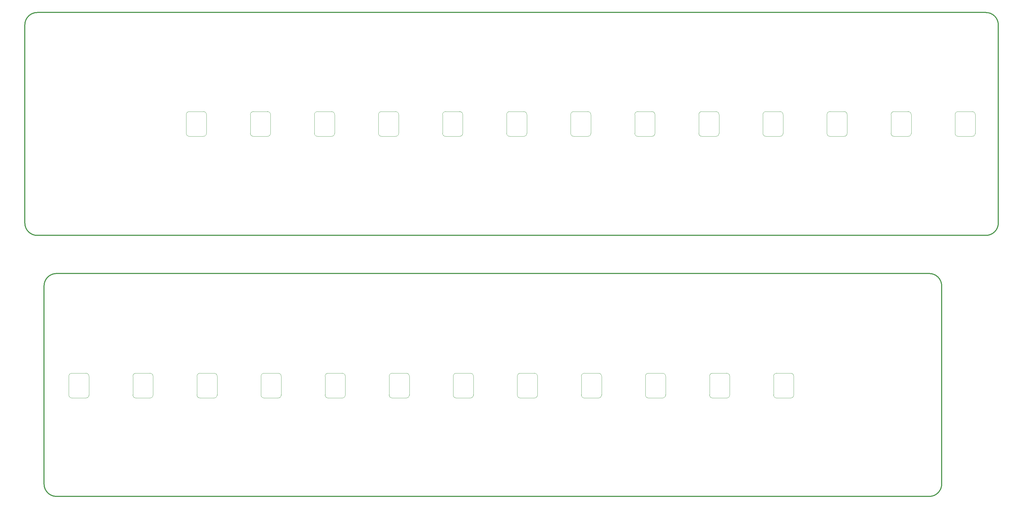
<source format=gbr>
%TF.GenerationSoftware,KiCad,Pcbnew,7.0.8*%
%TF.CreationDate,2023-12-06T14:39:46-05:00*%
%TF.ProjectId,BMS1,424d5331-2e6b-4696-9361-645f70636258,1*%
%TF.SameCoordinates,Original*%
%TF.FileFunction,Profile,NP*%
%FSLAX46Y46*%
G04 Gerber Fmt 4.6, Leading zero omitted, Abs format (unit mm)*
G04 Created by KiCad (PCBNEW 7.0.8) date 2023-12-06 14:39:46*
%MOMM*%
%LPD*%
G01*
G04 APERTURE LIST*
%TA.AperFunction,Profile*%
%ADD10C,0.300000*%
%TD*%
%TA.AperFunction,Profile*%
%ADD11C,0.100000*%
%TD*%
G04 APERTURE END LIST*
D10*
X36068000Y-171852000D02*
G75*
G03*
X40068000Y-175852000I4000000J0D01*
G01*
X33888000Y-20174500D02*
X338900000Y-20174500D01*
X40068000Y-104140000D02*
G75*
G03*
X36068000Y-108140000I0J-4000000D01*
G01*
X33888000Y-20174500D02*
G75*
G03*
X29888000Y-24174500I0J-4000000D01*
G01*
X324696000Y-108140000D02*
X324696000Y-171852000D01*
X338900000Y-91886500D02*
X33888000Y-91886500D01*
X320696000Y-175852000D02*
X40068000Y-175852000D01*
X342900000Y-24174500D02*
X342900000Y-87886500D01*
X29888000Y-87886500D02*
G75*
G03*
X33888000Y-91886500I4000000J0D01*
G01*
X342900000Y-24174500D02*
G75*
G03*
X338900000Y-20174500I-4000000J0D01*
G01*
X324696000Y-108140000D02*
G75*
G03*
X320696000Y-104140000I-4000000J0D01*
G01*
X36068000Y-171852000D02*
X36068000Y-108140000D01*
X29888000Y-87886500D02*
X29888000Y-24174500D01*
X40068000Y-104140000D02*
X320696000Y-104140000D01*
X320696000Y-175852000D02*
G75*
G03*
X324696000Y-171852000I0J4000000D01*
G01*
X338900000Y-91886500D02*
G75*
G03*
X342900000Y-87886500I0J4000000D01*
G01*
D11*
%TO.C,B3*%
X235926000Y-137208000D02*
X235926000Y-143208000D01*
X234926000Y-144208000D02*
X230426000Y-144208000D01*
X230426000Y-136208000D02*
X234926000Y-136208000D01*
X229426000Y-143208000D02*
X229426000Y-137208000D01*
X234926000Y-144208000D02*
G75*
G03*
X235926000Y-143208000I1J999999D01*
G01*
X235926000Y-137208000D02*
G75*
G03*
X234926000Y-136208000I-999999J1D01*
G01*
X229426000Y-143208000D02*
G75*
G03*
X230426000Y-144208000I1000000J0D01*
G01*
X230426000Y-136208000D02*
G75*
G03*
X229426000Y-137208000I0J-1000000D01*
G01*
%TO.C,B2*%
X250046000Y-143207999D02*
X250046000Y-137207999D01*
X251046000Y-136207999D02*
X255546000Y-136207999D01*
X255546000Y-144207999D02*
X251046000Y-144207999D01*
X256546000Y-137207999D02*
X256546000Y-143207999D01*
X251046000Y-136207999D02*
G75*
G03*
X250046000Y-137207999I-1J-999999D01*
G01*
X250046000Y-143207999D02*
G75*
G03*
X251046000Y-144207999I999999J-1D01*
G01*
X256546000Y-137207999D02*
G75*
G03*
X255546000Y-136207999I-1000000J0D01*
G01*
X255546000Y-144207999D02*
G75*
G03*
X256546000Y-143207999I0J1000000D01*
G01*
%TO.C,B4*%
X208826000Y-143208000D02*
X208826000Y-137208000D01*
X209826000Y-136208000D02*
X214326000Y-136208000D01*
X214326000Y-144208000D02*
X209826000Y-144208000D01*
X215326000Y-137208000D02*
X215326000Y-143208000D01*
X209826000Y-136208000D02*
G75*
G03*
X208826000Y-137208000I-1J-999999D01*
G01*
X208826000Y-143208000D02*
G75*
G03*
X209826000Y-144208000I999999J-1D01*
G01*
X215326000Y-137208000D02*
G75*
G03*
X214326000Y-136208000I-1000000J0D01*
G01*
X214326000Y-144208000D02*
G75*
G03*
X215326000Y-143208000I0J1000000D01*
G01*
%TO.C,B16*%
X267194000Y-59032500D02*
X267194000Y-53032500D01*
X268194000Y-52032500D02*
X272694000Y-52032500D01*
X272694000Y-60032500D02*
X268194000Y-60032500D01*
X273694000Y-53032500D02*
X273694000Y-59032500D01*
X268194000Y-52032500D02*
G75*
G03*
X267194000Y-53032500I-1J-999999D01*
G01*
X267194000Y-59032500D02*
G75*
G03*
X268194000Y-60032500I999999J-1D01*
G01*
X273694000Y-53032500D02*
G75*
G03*
X272694000Y-52032500I-1000000J0D01*
G01*
X272694000Y-60032500D02*
G75*
G03*
X273694000Y-59032500I0J1000000D01*
G01*
%TO.C,B15*%
X294294000Y-53032500D02*
X294294000Y-59032500D01*
X293294000Y-60032500D02*
X288794000Y-60032500D01*
X288794000Y-52032500D02*
X293294000Y-52032500D01*
X287794000Y-59032500D02*
X287794000Y-53032500D01*
X293294000Y-60032500D02*
G75*
G03*
X294294000Y-59032500I1J999999D01*
G01*
X294294000Y-53032500D02*
G75*
G03*
X293294000Y-52032500I-999999J1D01*
G01*
X287794000Y-59032500D02*
G75*
G03*
X288794000Y-60032500I1000000J0D01*
G01*
X288794000Y-52032500D02*
G75*
G03*
X287794000Y-53032500I0J-1000000D01*
G01*
%TO.C,B19*%
X211894000Y-53032500D02*
X211894000Y-59032500D01*
X210894000Y-60032500D02*
X206394000Y-60032500D01*
X206394000Y-52032500D02*
X210894000Y-52032500D01*
X205394000Y-59032500D02*
X205394000Y-53032500D01*
X210894000Y-60032500D02*
G75*
G03*
X211894000Y-59032500I1J999999D01*
G01*
X211894000Y-53032500D02*
G75*
G03*
X210894000Y-52032500I-999999J1D01*
G01*
X205394000Y-59032500D02*
G75*
G03*
X206394000Y-60032500I1000000J0D01*
G01*
X206394000Y-52032500D02*
G75*
G03*
X205394000Y-53032500I0J-1000000D01*
G01*
%TO.C,B13*%
X335494000Y-53032500D02*
X335494000Y-59032500D01*
X334494000Y-60032500D02*
X329994000Y-60032500D01*
X329994000Y-52032500D02*
X334494000Y-52032500D01*
X328994000Y-59032500D02*
X328994000Y-53032500D01*
X334494000Y-60032500D02*
G75*
G03*
X335494000Y-59032500I1J999999D01*
G01*
X335494000Y-53032500D02*
G75*
G03*
X334494000Y-52032500I-999999J1D01*
G01*
X328994000Y-59032500D02*
G75*
G03*
X329994000Y-60032500I1000000J0D01*
G01*
X329994000Y-52032500D02*
G75*
G03*
X328994000Y-53032500I0J-1000000D01*
G01*
%TO.C,B20*%
X184794000Y-59032500D02*
X184794000Y-53032500D01*
X185794000Y-52032500D02*
X190294000Y-52032500D01*
X190294000Y-60032500D02*
X185794000Y-60032500D01*
X191294000Y-53032500D02*
X191294000Y-59032500D01*
X185794000Y-52032500D02*
G75*
G03*
X184794000Y-53032500I-1J-999999D01*
G01*
X184794000Y-59032500D02*
G75*
G03*
X185794000Y-60032500I999999J-1D01*
G01*
X191294000Y-53032500D02*
G75*
G03*
X190294000Y-52032500I-1000000J0D01*
G01*
X190294000Y-60032500D02*
G75*
G03*
X191294000Y-59032500I0J1000000D01*
G01*
%TO.C,B18*%
X225994000Y-59032500D02*
X225994000Y-53032500D01*
X226994000Y-52032500D02*
X231494000Y-52032500D01*
X231494000Y-60032500D02*
X226994000Y-60032500D01*
X232494000Y-53032500D02*
X232494000Y-59032500D01*
X226994000Y-52032500D02*
G75*
G03*
X225994000Y-53032500I-1J-999999D01*
G01*
X225994000Y-59032500D02*
G75*
G03*
X226994000Y-60032500I999999J-1D01*
G01*
X232494000Y-53032500D02*
G75*
G03*
X231494000Y-52032500I-1000000J0D01*
G01*
X231494000Y-60032500D02*
G75*
G03*
X232494000Y-59032500I0J1000000D01*
G01*
%TO.C,B6*%
X167626000Y-143207999D02*
X167626000Y-137207999D01*
X168626000Y-136207999D02*
X173126000Y-136207999D01*
X173126000Y-144207999D02*
X168626000Y-144207999D01*
X174126000Y-137207999D02*
X174126000Y-143207999D01*
X168626000Y-136207999D02*
G75*
G03*
X167626000Y-137207999I-1J-999999D01*
G01*
X167626000Y-143207999D02*
G75*
G03*
X168626000Y-144207999I999999J-1D01*
G01*
X174126000Y-137207999D02*
G75*
G03*
X173126000Y-136207999I-1000000J0D01*
G01*
X173126000Y-144207999D02*
G75*
G03*
X174126000Y-143207999I0J1000000D01*
G01*
%TO.C,B17*%
X253094000Y-53032500D02*
X253094000Y-59032500D01*
X252094000Y-60032500D02*
X247594000Y-60032500D01*
X247594000Y-52032500D02*
X252094000Y-52032500D01*
X246594000Y-59032500D02*
X246594000Y-53032500D01*
X252094000Y-60032500D02*
G75*
G03*
X253094000Y-59032500I1J999999D01*
G01*
X253094000Y-53032500D02*
G75*
G03*
X252094000Y-52032500I-999999J1D01*
G01*
X246594000Y-59032500D02*
G75*
G03*
X247594000Y-60032500I1000000J0D01*
G01*
X247594000Y-52032500D02*
G75*
G03*
X246594000Y-53032500I0J-1000000D01*
G01*
%TO.C,B21*%
X170694000Y-53032500D02*
X170694000Y-59032500D01*
X169694000Y-60032500D02*
X165194000Y-60032500D01*
X165194000Y-52032500D02*
X169694000Y-52032500D01*
X164194000Y-59032500D02*
X164194000Y-53032500D01*
X169694000Y-60032500D02*
G75*
G03*
X170694000Y-59032500I1J999999D01*
G01*
X170694000Y-53032500D02*
G75*
G03*
X169694000Y-52032500I-999999J1D01*
G01*
X164194000Y-59032500D02*
G75*
G03*
X165194000Y-60032500I1000000J0D01*
G01*
X165194000Y-52032500D02*
G75*
G03*
X164194000Y-53032500I0J-1000000D01*
G01*
%TO.C,B14*%
X308394000Y-59032500D02*
X308394000Y-53032500D01*
X309394000Y-52032500D02*
X313894000Y-52032500D01*
X313894000Y-60032500D02*
X309394000Y-60032500D01*
X314894000Y-53032500D02*
X314894000Y-59032500D01*
X309394000Y-52032500D02*
G75*
G03*
X308394000Y-53032500I-1J-999999D01*
G01*
X308394000Y-59032500D02*
G75*
G03*
X309394000Y-60032500I999999J-1D01*
G01*
X314894000Y-53032500D02*
G75*
G03*
X313894000Y-52032500I-1000000J0D01*
G01*
X313894000Y-60032500D02*
G75*
G03*
X314894000Y-59032500I0J1000000D01*
G01*
%TO.C,B9*%
X112326000Y-137207999D02*
X112326000Y-143207999D01*
X111326000Y-144207999D02*
X106826000Y-144207999D01*
X106826000Y-136207999D02*
X111326000Y-136207999D01*
X105826000Y-143207999D02*
X105826000Y-137207999D01*
X111326000Y-144207999D02*
G75*
G03*
X112326000Y-143207999I1J999999D01*
G01*
X112326000Y-137207999D02*
G75*
G03*
X111326000Y-136207999I-999999J1D01*
G01*
X105826000Y-143207999D02*
G75*
G03*
X106826000Y-144207999I1000000J0D01*
G01*
X106826000Y-136207999D02*
G75*
G03*
X105826000Y-137207999I0J-1000000D01*
G01*
%TO.C,B24*%
X102394000Y-59032500D02*
X102394000Y-53032500D01*
X103394000Y-52032500D02*
X107894000Y-52032500D01*
X107894000Y-60032500D02*
X103394000Y-60032500D01*
X108894000Y-53032500D02*
X108894000Y-59032500D01*
X103394000Y-52032500D02*
G75*
G03*
X102394000Y-53032500I-1J-999999D01*
G01*
X102394000Y-59032500D02*
G75*
G03*
X103394000Y-60032500I999999J-1D01*
G01*
X108894000Y-53032500D02*
G75*
G03*
X107894000Y-52032500I-1000000J0D01*
G01*
X107894000Y-60032500D02*
G75*
G03*
X108894000Y-59032500I0J1000000D01*
G01*
%TO.C,B8*%
X126426000Y-143208000D02*
X126426000Y-137208000D01*
X127426000Y-136208000D02*
X131926000Y-136208000D01*
X131926000Y-144208000D02*
X127426000Y-144208000D01*
X132926000Y-137208000D02*
X132926000Y-143208000D01*
X127426000Y-136208000D02*
G75*
G03*
X126426000Y-137208000I-1J-999999D01*
G01*
X126426000Y-143208000D02*
G75*
G03*
X127426000Y-144208000I999999J-1D01*
G01*
X132926000Y-137208000D02*
G75*
G03*
X131926000Y-136208000I-1000000J0D01*
G01*
X131926000Y-144208000D02*
G75*
G03*
X132926000Y-143208000I0J1000000D01*
G01*
%TO.C,B10*%
X85226000Y-143208000D02*
X85226000Y-137208000D01*
X86226000Y-136208000D02*
X90726000Y-136208000D01*
X90726000Y-144208000D02*
X86226000Y-144208000D01*
X91726000Y-137208000D02*
X91726000Y-143208000D01*
X86226000Y-136208000D02*
G75*
G03*
X85226000Y-137208000I-1J-999999D01*
G01*
X85226000Y-143208000D02*
G75*
G03*
X86226000Y-144208000I999999J-1D01*
G01*
X91726000Y-137208000D02*
G75*
G03*
X90726000Y-136208000I-1000000J0D01*
G01*
X90726000Y-144208000D02*
G75*
G03*
X91726000Y-143208000I0J1000000D01*
G01*
%TO.C,B12*%
X44026000Y-143207999D02*
X44026000Y-137207999D01*
X45026000Y-136207999D02*
X49526000Y-136207999D01*
X49526000Y-144207999D02*
X45026000Y-144207999D01*
X50526000Y-137207999D02*
X50526000Y-143207999D01*
X45026000Y-136207999D02*
G75*
G03*
X44026000Y-137207999I-1J-999999D01*
G01*
X44026000Y-143207999D02*
G75*
G03*
X45026000Y-144207999I999999J-1D01*
G01*
X50526000Y-137207999D02*
G75*
G03*
X49526000Y-136207999I-1000000J0D01*
G01*
X49526000Y-144207999D02*
G75*
G03*
X50526000Y-143207999I0J1000000D01*
G01*
%TO.C,B25*%
X88294000Y-53032500D02*
X88294000Y-59032500D01*
X87294000Y-60032500D02*
X82794000Y-60032500D01*
X82794000Y-52032500D02*
X87294000Y-52032500D01*
X81794000Y-59032500D02*
X81794000Y-53032500D01*
X87294000Y-60032500D02*
G75*
G03*
X88294000Y-59032500I1J999999D01*
G01*
X88294000Y-53032500D02*
G75*
G03*
X87294000Y-52032500I-999999J1D01*
G01*
X81794000Y-59032500D02*
G75*
G03*
X82794000Y-60032500I1000000J0D01*
G01*
X82794000Y-52032500D02*
G75*
G03*
X81794000Y-53032500I0J-1000000D01*
G01*
%TO.C,B11*%
X71126000Y-137208000D02*
X71126000Y-143208000D01*
X70126000Y-144208000D02*
X65626000Y-144208000D01*
X65626000Y-136208000D02*
X70126000Y-136208000D01*
X64626000Y-143208000D02*
X64626000Y-137208000D01*
X70126000Y-144208000D02*
G75*
G03*
X71126000Y-143208000I1J999999D01*
G01*
X71126000Y-137208000D02*
G75*
G03*
X70126000Y-136208000I-999999J1D01*
G01*
X64626000Y-143208000D02*
G75*
G03*
X65626000Y-144208000I1000000J0D01*
G01*
X65626000Y-136208000D02*
G75*
G03*
X64626000Y-137208000I0J-1000000D01*
G01*
%TO.C,B22*%
X143594000Y-59032500D02*
X143594000Y-53032500D01*
X144594000Y-52032500D02*
X149094000Y-52032500D01*
X149094000Y-60032500D02*
X144594000Y-60032500D01*
X150094000Y-53032500D02*
X150094000Y-59032500D01*
X144594000Y-52032500D02*
G75*
G03*
X143594000Y-53032500I-1J-999999D01*
G01*
X143594000Y-59032500D02*
G75*
G03*
X144594000Y-60032500I999999J-1D01*
G01*
X150094000Y-53032500D02*
G75*
G03*
X149094000Y-52032500I-1000000J0D01*
G01*
X149094000Y-60032500D02*
G75*
G03*
X150094000Y-59032500I0J1000000D01*
G01*
%TO.C,B1*%
X277126000Y-137208000D02*
X277126000Y-143208000D01*
X276126000Y-144208000D02*
X271626000Y-144208000D01*
X271626000Y-136208000D02*
X276126000Y-136208000D01*
X270626000Y-143208000D02*
X270626000Y-137208000D01*
X276126000Y-144208000D02*
G75*
G03*
X277126000Y-143208000I1J999999D01*
G01*
X277126000Y-137208000D02*
G75*
G03*
X276126000Y-136208000I-999999J1D01*
G01*
X270626000Y-143208000D02*
G75*
G03*
X271626000Y-144208000I1000000J0D01*
G01*
X271626000Y-136208000D02*
G75*
G03*
X270626000Y-137208000I0J-1000000D01*
G01*
%TO.C,B5*%
X194726000Y-137208000D02*
X194726000Y-143208000D01*
X193726000Y-144208000D02*
X189226000Y-144208000D01*
X189226000Y-136208000D02*
X193726000Y-136208000D01*
X188226000Y-143208000D02*
X188226000Y-137208000D01*
X193726000Y-144208000D02*
G75*
G03*
X194726000Y-143208000I1J999999D01*
G01*
X194726000Y-137208000D02*
G75*
G03*
X193726000Y-136208000I-999999J1D01*
G01*
X188226000Y-143208000D02*
G75*
G03*
X189226000Y-144208000I1000000J0D01*
G01*
X189226000Y-136208000D02*
G75*
G03*
X188226000Y-137208000I0J-1000000D01*
G01*
%TO.C,B23*%
X129494000Y-53032500D02*
X129494000Y-59032500D01*
X128494000Y-60032500D02*
X123994000Y-60032500D01*
X123994000Y-52032500D02*
X128494000Y-52032500D01*
X122994000Y-59032500D02*
X122994000Y-53032500D01*
X128494000Y-60032500D02*
G75*
G03*
X129494000Y-59032500I1J999999D01*
G01*
X129494000Y-53032500D02*
G75*
G03*
X128494000Y-52032500I-999999J1D01*
G01*
X122994000Y-59032500D02*
G75*
G03*
X123994000Y-60032500I1000000J0D01*
G01*
X123994000Y-52032500D02*
G75*
G03*
X122994000Y-53032500I0J-1000000D01*
G01*
%TO.C,B7*%
X153526000Y-137208000D02*
X153526000Y-143208000D01*
X152526000Y-144208000D02*
X148026000Y-144208000D01*
X148026000Y-136208000D02*
X152526000Y-136208000D01*
X147026000Y-143208000D02*
X147026000Y-137208000D01*
X152526000Y-144208000D02*
G75*
G03*
X153526000Y-143208000I1J999999D01*
G01*
X153526000Y-137208000D02*
G75*
G03*
X152526000Y-136208000I-999999J1D01*
G01*
X147026000Y-143208000D02*
G75*
G03*
X148026000Y-144208000I1000000J0D01*
G01*
X148026000Y-136208000D02*
G75*
G03*
X147026000Y-137208000I0J-1000000D01*
G01*
%TD*%
M02*

</source>
